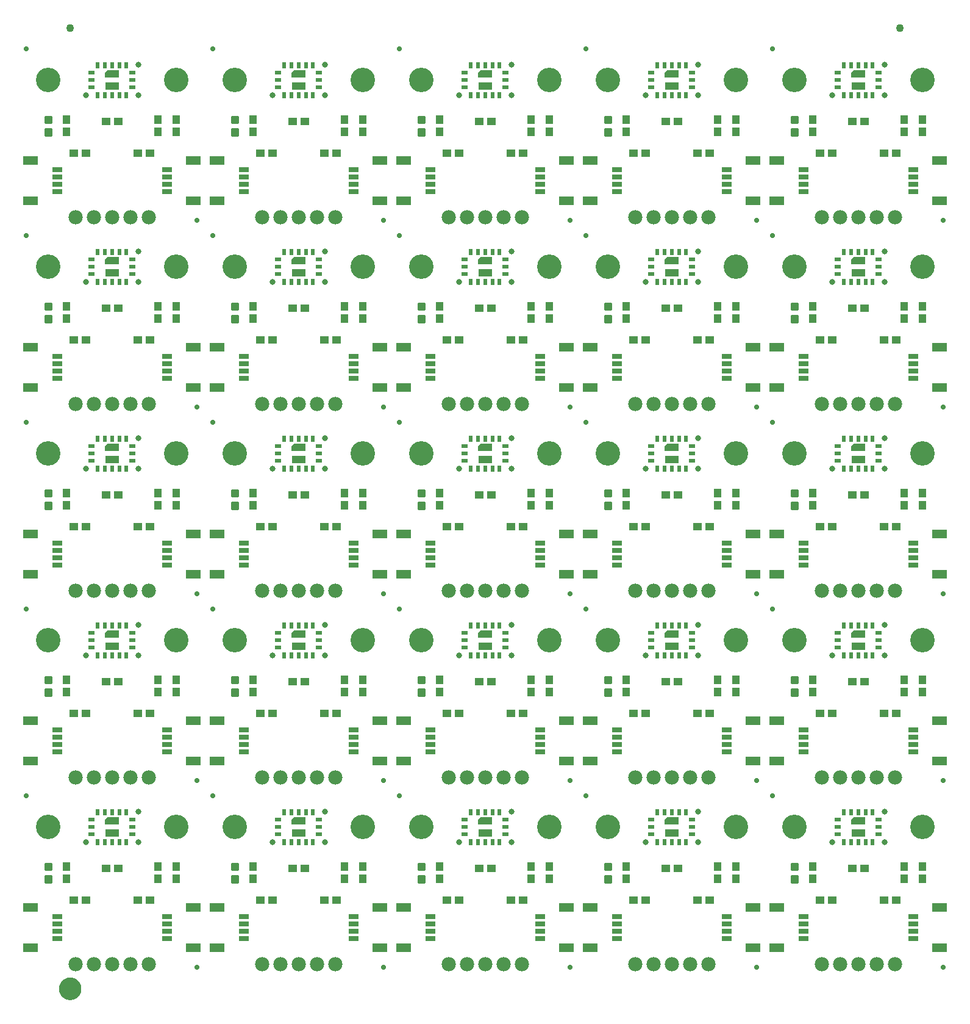
<source format=gts>
G04 EAGLE Gerber RS-274X export*
G75*
%MOMM*%
%FSLAX34Y34*%
%LPD*%
%INSoldermask Top*%
%IPPOS*%
%AMOC8*
5,1,8,0,0,1.08239X$1,22.5*%
G01*
%ADD10C,3.402000*%
%ADD11C,0.735000*%
%ADD12R,2.100000X1.300000*%
%ADD13R,1.450000X0.700000*%
%ADD14R,1.100000X1.200000*%
%ADD15C,0.396000*%
%ADD16R,1.200000X1.100000*%
%ADD17C,1.979600*%
%ADD18R,0.500000X0.850000*%
%ADD19R,0.850000X0.500000*%
%ADD20C,0.800000*%
%ADD21R,1.900000X1.000000*%
%ADD22C,1.100000*%
%ADD23C,1.270000*%
%ADD24C,1.600000*%

G36*
X1172825Y1243019D02*
X1172825Y1243019D01*
X1172824Y1243020D01*
X1172825Y1243020D01*
X1172825Y1253020D01*
X1172821Y1253025D01*
X1172820Y1253024D01*
X1172820Y1253025D01*
X1157070Y1253025D01*
X1157068Y1253023D01*
X1157067Y1253023D01*
X1153817Y1249773D01*
X1153817Y1249771D01*
X1153815Y1249770D01*
X1153815Y1243020D01*
X1153819Y1243015D01*
X1153820Y1243016D01*
X1153820Y1243015D01*
X1172820Y1243015D01*
X1172825Y1243019D01*
G37*
G36*
X913745Y1243019D02*
X913745Y1243019D01*
X913744Y1243020D01*
X913745Y1243020D01*
X913745Y1253020D01*
X913741Y1253025D01*
X913740Y1253024D01*
X913740Y1253025D01*
X897990Y1253025D01*
X897988Y1253023D01*
X897987Y1253023D01*
X894737Y1249773D01*
X894737Y1249771D01*
X894735Y1249770D01*
X894735Y1243020D01*
X894739Y1243015D01*
X894740Y1243016D01*
X894740Y1243015D01*
X913740Y1243015D01*
X913745Y1243019D01*
G37*
G36*
X136505Y1243019D02*
X136505Y1243019D01*
X136504Y1243020D01*
X136505Y1243020D01*
X136505Y1253020D01*
X136501Y1253025D01*
X136500Y1253024D01*
X136500Y1253025D01*
X120750Y1253025D01*
X120748Y1253023D01*
X120747Y1253023D01*
X117497Y1249773D01*
X117497Y1249771D01*
X117495Y1249770D01*
X117495Y1243020D01*
X117499Y1243015D01*
X117500Y1243016D01*
X117500Y1243015D01*
X136500Y1243015D01*
X136505Y1243019D01*
G37*
G36*
X654665Y1243019D02*
X654665Y1243019D01*
X654664Y1243020D01*
X654665Y1243020D01*
X654665Y1253020D01*
X654661Y1253025D01*
X654660Y1253024D01*
X654660Y1253025D01*
X638910Y1253025D01*
X638908Y1253023D01*
X638907Y1253023D01*
X635657Y1249773D01*
X635657Y1249771D01*
X635655Y1249770D01*
X635655Y1243020D01*
X635659Y1243015D01*
X635660Y1243016D01*
X635660Y1243015D01*
X654660Y1243015D01*
X654665Y1243019D01*
G37*
G36*
X395585Y1243019D02*
X395585Y1243019D01*
X395584Y1243020D01*
X395585Y1243020D01*
X395585Y1253020D01*
X395581Y1253025D01*
X395580Y1253024D01*
X395580Y1253025D01*
X379830Y1253025D01*
X379828Y1253023D01*
X379827Y1253023D01*
X376577Y1249773D01*
X376577Y1249771D01*
X376575Y1249770D01*
X376575Y1243020D01*
X376579Y1243015D01*
X376580Y1243016D01*
X376580Y1243015D01*
X395580Y1243015D01*
X395585Y1243019D01*
G37*
G36*
X1172825Y983939D02*
X1172825Y983939D01*
X1172824Y983940D01*
X1172825Y983940D01*
X1172825Y993940D01*
X1172821Y993945D01*
X1172820Y993944D01*
X1172820Y993945D01*
X1157070Y993945D01*
X1157068Y993943D01*
X1157067Y993943D01*
X1153817Y990693D01*
X1153817Y990691D01*
X1153815Y990690D01*
X1153815Y983940D01*
X1153819Y983935D01*
X1153820Y983936D01*
X1153820Y983935D01*
X1172820Y983935D01*
X1172825Y983939D01*
G37*
G36*
X395585Y983939D02*
X395585Y983939D01*
X395584Y983940D01*
X395585Y983940D01*
X395585Y993940D01*
X395581Y993945D01*
X395580Y993944D01*
X395580Y993945D01*
X379830Y993945D01*
X379828Y993943D01*
X379827Y993943D01*
X376577Y990693D01*
X376577Y990691D01*
X376575Y990690D01*
X376575Y983940D01*
X376579Y983935D01*
X376580Y983936D01*
X376580Y983935D01*
X395580Y983935D01*
X395585Y983939D01*
G37*
G36*
X654665Y983939D02*
X654665Y983939D01*
X654664Y983940D01*
X654665Y983940D01*
X654665Y993940D01*
X654661Y993945D01*
X654660Y993944D01*
X654660Y993945D01*
X638910Y993945D01*
X638908Y993943D01*
X638907Y993943D01*
X635657Y990693D01*
X635657Y990691D01*
X635655Y990690D01*
X635655Y983940D01*
X635659Y983935D01*
X635660Y983936D01*
X635660Y983935D01*
X654660Y983935D01*
X654665Y983939D01*
G37*
G36*
X913745Y983939D02*
X913745Y983939D01*
X913744Y983940D01*
X913745Y983940D01*
X913745Y993940D01*
X913741Y993945D01*
X913740Y993944D01*
X913740Y993945D01*
X897990Y993945D01*
X897988Y993943D01*
X897987Y993943D01*
X894737Y990693D01*
X894737Y990691D01*
X894735Y990690D01*
X894735Y983940D01*
X894739Y983935D01*
X894740Y983936D01*
X894740Y983935D01*
X913740Y983935D01*
X913745Y983939D01*
G37*
G36*
X136505Y983939D02*
X136505Y983939D01*
X136504Y983940D01*
X136505Y983940D01*
X136505Y993940D01*
X136501Y993945D01*
X136500Y993944D01*
X136500Y993945D01*
X120750Y993945D01*
X120748Y993943D01*
X120747Y993943D01*
X117497Y990693D01*
X117497Y990691D01*
X117495Y990690D01*
X117495Y983940D01*
X117499Y983935D01*
X117500Y983936D01*
X117500Y983935D01*
X136500Y983935D01*
X136505Y983939D01*
G37*
G36*
X654665Y724859D02*
X654665Y724859D01*
X654664Y724860D01*
X654665Y724860D01*
X654665Y734860D01*
X654661Y734865D01*
X654660Y734864D01*
X654660Y734865D01*
X638910Y734865D01*
X638908Y734863D01*
X638907Y734863D01*
X635657Y731613D01*
X635657Y731611D01*
X635655Y731610D01*
X635655Y724860D01*
X635659Y724855D01*
X635660Y724856D01*
X635660Y724855D01*
X654660Y724855D01*
X654665Y724859D01*
G37*
G36*
X913745Y724859D02*
X913745Y724859D01*
X913744Y724860D01*
X913745Y724860D01*
X913745Y734860D01*
X913741Y734865D01*
X913740Y734864D01*
X913740Y734865D01*
X897990Y734865D01*
X897988Y734863D01*
X897987Y734863D01*
X894737Y731613D01*
X894737Y731611D01*
X894735Y731610D01*
X894735Y724860D01*
X894739Y724855D01*
X894740Y724856D01*
X894740Y724855D01*
X913740Y724855D01*
X913745Y724859D01*
G37*
G36*
X1172825Y724859D02*
X1172825Y724859D01*
X1172824Y724860D01*
X1172825Y724860D01*
X1172825Y734860D01*
X1172821Y734865D01*
X1172820Y734864D01*
X1172820Y734865D01*
X1157070Y734865D01*
X1157068Y734863D01*
X1157067Y734863D01*
X1153817Y731613D01*
X1153817Y731611D01*
X1153815Y731610D01*
X1153815Y724860D01*
X1153819Y724855D01*
X1153820Y724856D01*
X1153820Y724855D01*
X1172820Y724855D01*
X1172825Y724859D01*
G37*
G36*
X395585Y724859D02*
X395585Y724859D01*
X395584Y724860D01*
X395585Y724860D01*
X395585Y734860D01*
X395581Y734865D01*
X395580Y734864D01*
X395580Y734865D01*
X379830Y734865D01*
X379828Y734863D01*
X379827Y734863D01*
X376577Y731613D01*
X376577Y731611D01*
X376575Y731610D01*
X376575Y724860D01*
X376579Y724855D01*
X376580Y724856D01*
X376580Y724855D01*
X395580Y724855D01*
X395585Y724859D01*
G37*
G36*
X136505Y724859D02*
X136505Y724859D01*
X136504Y724860D01*
X136505Y724860D01*
X136505Y734860D01*
X136501Y734865D01*
X136500Y734864D01*
X136500Y734865D01*
X120750Y734865D01*
X120748Y734863D01*
X120747Y734863D01*
X117497Y731613D01*
X117497Y731611D01*
X117495Y731610D01*
X117495Y724860D01*
X117499Y724855D01*
X117500Y724856D01*
X117500Y724855D01*
X136500Y724855D01*
X136505Y724859D01*
G37*
G36*
X1172825Y465779D02*
X1172825Y465779D01*
X1172824Y465780D01*
X1172825Y465780D01*
X1172825Y475780D01*
X1172821Y475785D01*
X1172820Y475784D01*
X1172820Y475785D01*
X1157070Y475785D01*
X1157068Y475783D01*
X1157067Y475783D01*
X1153817Y472533D01*
X1153817Y472531D01*
X1153815Y472530D01*
X1153815Y465780D01*
X1153819Y465775D01*
X1153820Y465776D01*
X1153820Y465775D01*
X1172820Y465775D01*
X1172825Y465779D01*
G37*
G36*
X395585Y465779D02*
X395585Y465779D01*
X395584Y465780D01*
X395585Y465780D01*
X395585Y475780D01*
X395581Y475785D01*
X395580Y475784D01*
X395580Y475785D01*
X379830Y475785D01*
X379828Y475783D01*
X379827Y475783D01*
X376577Y472533D01*
X376577Y472531D01*
X376575Y472530D01*
X376575Y465780D01*
X376579Y465775D01*
X376580Y465776D01*
X376580Y465775D01*
X395580Y465775D01*
X395585Y465779D01*
G37*
G36*
X913745Y465779D02*
X913745Y465779D01*
X913744Y465780D01*
X913745Y465780D01*
X913745Y475780D01*
X913741Y475785D01*
X913740Y475784D01*
X913740Y475785D01*
X897990Y475785D01*
X897988Y475783D01*
X897987Y475783D01*
X894737Y472533D01*
X894737Y472531D01*
X894735Y472530D01*
X894735Y465780D01*
X894739Y465775D01*
X894740Y465776D01*
X894740Y465775D01*
X913740Y465775D01*
X913745Y465779D01*
G37*
G36*
X136505Y465779D02*
X136505Y465779D01*
X136504Y465780D01*
X136505Y465780D01*
X136505Y475780D01*
X136501Y475785D01*
X136500Y475784D01*
X136500Y475785D01*
X120750Y475785D01*
X120748Y475783D01*
X120747Y475783D01*
X117497Y472533D01*
X117497Y472531D01*
X117495Y472530D01*
X117495Y465780D01*
X117499Y465775D01*
X117500Y465776D01*
X117500Y465775D01*
X136500Y465775D01*
X136505Y465779D01*
G37*
G36*
X654665Y465779D02*
X654665Y465779D01*
X654664Y465780D01*
X654665Y465780D01*
X654665Y475780D01*
X654661Y475785D01*
X654660Y475784D01*
X654660Y475785D01*
X638910Y475785D01*
X638908Y475783D01*
X638907Y475783D01*
X635657Y472533D01*
X635657Y472531D01*
X635655Y472530D01*
X635655Y465780D01*
X635659Y465775D01*
X635660Y465776D01*
X635660Y465775D01*
X654660Y465775D01*
X654665Y465779D01*
G37*
G36*
X1172825Y206699D02*
X1172825Y206699D01*
X1172824Y206700D01*
X1172825Y206700D01*
X1172825Y216700D01*
X1172821Y216705D01*
X1172820Y216704D01*
X1172820Y216705D01*
X1157070Y216705D01*
X1157068Y216703D01*
X1157067Y216703D01*
X1153817Y213453D01*
X1153817Y213451D01*
X1153815Y213450D01*
X1153815Y206700D01*
X1153819Y206695D01*
X1153820Y206696D01*
X1153820Y206695D01*
X1172820Y206695D01*
X1172825Y206699D01*
G37*
G36*
X913745Y206699D02*
X913745Y206699D01*
X913744Y206700D01*
X913745Y206700D01*
X913745Y216700D01*
X913741Y216705D01*
X913740Y216704D01*
X913740Y216705D01*
X897990Y216705D01*
X897988Y216703D01*
X897987Y216703D01*
X894737Y213453D01*
X894737Y213451D01*
X894735Y213450D01*
X894735Y206700D01*
X894739Y206695D01*
X894740Y206696D01*
X894740Y206695D01*
X913740Y206695D01*
X913745Y206699D01*
G37*
G36*
X654665Y206699D02*
X654665Y206699D01*
X654664Y206700D01*
X654665Y206700D01*
X654665Y216700D01*
X654661Y216705D01*
X654660Y216704D01*
X654660Y216705D01*
X638910Y216705D01*
X638908Y216703D01*
X638907Y216703D01*
X635657Y213453D01*
X635657Y213451D01*
X635655Y213450D01*
X635655Y206700D01*
X635659Y206695D01*
X635660Y206696D01*
X635660Y206695D01*
X654660Y206695D01*
X654665Y206699D01*
G37*
G36*
X395585Y206699D02*
X395585Y206699D01*
X395584Y206700D01*
X395585Y206700D01*
X395585Y216700D01*
X395581Y216705D01*
X395580Y216704D01*
X395580Y216705D01*
X379830Y216705D01*
X379828Y216703D01*
X379827Y216703D01*
X376577Y213453D01*
X376577Y213451D01*
X376575Y213450D01*
X376575Y206700D01*
X376579Y206695D01*
X376580Y206696D01*
X376580Y206695D01*
X395580Y206695D01*
X395585Y206699D01*
G37*
G36*
X136505Y206699D02*
X136505Y206699D01*
X136504Y206700D01*
X136505Y206700D01*
X136505Y216700D01*
X136501Y216705D01*
X136500Y216704D01*
X136500Y216705D01*
X120750Y216705D01*
X120748Y216703D01*
X120747Y216703D01*
X117497Y213453D01*
X117497Y213451D01*
X117495Y213450D01*
X117495Y206700D01*
X117499Y206695D01*
X117500Y206696D01*
X117500Y206695D01*
X136500Y206695D01*
X136505Y206699D01*
G37*
D10*
X38100Y203200D03*
X215900Y203200D03*
D11*
X245110Y8890D03*
X7620Y246380D03*
D12*
X14050Y91500D03*
X14050Y35500D03*
D13*
X50800Y78500D03*
X50800Y68500D03*
X50800Y58500D03*
X50800Y48500D03*
D12*
X239950Y35500D03*
X239950Y91500D03*
D13*
X203200Y48500D03*
X203200Y58500D03*
X203200Y68500D03*
X203200Y78500D03*
D14*
X63500Y148200D03*
X63500Y131200D03*
D15*
X41620Y134450D02*
X34580Y134450D01*
X41620Y134450D02*
X41620Y127410D01*
X34580Y127410D01*
X34580Y134450D01*
X34580Y131172D02*
X41620Y131172D01*
X41620Y151990D02*
X34580Y151990D01*
X41620Y151990D02*
X41620Y144950D01*
X34580Y144950D01*
X34580Y151990D01*
X34580Y148712D02*
X41620Y148712D01*
D16*
X74050Y101600D03*
X91050Y101600D03*
X179950Y101600D03*
X162950Y101600D03*
D17*
X76200Y12700D03*
X101600Y12700D03*
X127000Y12700D03*
X152400Y12700D03*
D16*
X135500Y146050D03*
X118500Y146050D03*
D18*
X117000Y182450D03*
X127000Y182450D03*
X107000Y182450D03*
D19*
X98750Y193200D03*
X98750Y203200D03*
X98750Y213200D03*
D20*
X90500Y181700D03*
X163500Y181700D03*
X163500Y224700D03*
D18*
X137000Y182450D03*
X147000Y182450D03*
D19*
X155250Y193200D03*
X155250Y203200D03*
X155250Y213200D03*
D18*
X147000Y223950D03*
X137000Y223950D03*
X127000Y223950D03*
X117000Y223950D03*
X107000Y223950D03*
D21*
X127000Y194700D03*
D17*
X177800Y12700D03*
D14*
X190500Y148200D03*
X190500Y131200D03*
X215900Y148200D03*
X215900Y131200D03*
D10*
X297180Y203200D03*
X474980Y203200D03*
D11*
X504190Y8890D03*
X266700Y246380D03*
D12*
X273130Y91500D03*
X273130Y35500D03*
D13*
X309880Y78500D03*
X309880Y68500D03*
X309880Y58500D03*
X309880Y48500D03*
D12*
X499030Y35500D03*
X499030Y91500D03*
D13*
X462280Y48500D03*
X462280Y58500D03*
X462280Y68500D03*
X462280Y78500D03*
D14*
X322580Y148200D03*
X322580Y131200D03*
D15*
X300700Y134450D02*
X293660Y134450D01*
X300700Y134450D02*
X300700Y127410D01*
X293660Y127410D01*
X293660Y134450D01*
X293660Y131172D02*
X300700Y131172D01*
X300700Y151990D02*
X293660Y151990D01*
X300700Y151990D02*
X300700Y144950D01*
X293660Y144950D01*
X293660Y151990D01*
X293660Y148712D02*
X300700Y148712D01*
D16*
X333130Y101600D03*
X350130Y101600D03*
X439030Y101600D03*
X422030Y101600D03*
D17*
X335280Y12700D03*
X360680Y12700D03*
X386080Y12700D03*
X411480Y12700D03*
D16*
X394580Y146050D03*
X377580Y146050D03*
D18*
X376080Y182450D03*
X386080Y182450D03*
X366080Y182450D03*
D19*
X357830Y193200D03*
X357830Y203200D03*
X357830Y213200D03*
D20*
X349580Y181700D03*
X422580Y181700D03*
X422580Y224700D03*
D18*
X396080Y182450D03*
X406080Y182450D03*
D19*
X414330Y193200D03*
X414330Y203200D03*
X414330Y213200D03*
D18*
X406080Y223950D03*
X396080Y223950D03*
X386080Y223950D03*
X376080Y223950D03*
X366080Y223950D03*
D21*
X386080Y194700D03*
D17*
X436880Y12700D03*
D14*
X449580Y148200D03*
X449580Y131200D03*
X474980Y148200D03*
X474980Y131200D03*
D10*
X556260Y203200D03*
X734060Y203200D03*
D11*
X763270Y8890D03*
X525780Y246380D03*
D12*
X532210Y91500D03*
X532210Y35500D03*
D13*
X568960Y78500D03*
X568960Y68500D03*
X568960Y58500D03*
X568960Y48500D03*
D12*
X758110Y35500D03*
X758110Y91500D03*
D13*
X721360Y48500D03*
X721360Y58500D03*
X721360Y68500D03*
X721360Y78500D03*
D14*
X581660Y148200D03*
X581660Y131200D03*
D15*
X559780Y134450D02*
X552740Y134450D01*
X559780Y134450D02*
X559780Y127410D01*
X552740Y127410D01*
X552740Y134450D01*
X552740Y131172D02*
X559780Y131172D01*
X559780Y151990D02*
X552740Y151990D01*
X559780Y151990D02*
X559780Y144950D01*
X552740Y144950D01*
X552740Y151990D01*
X552740Y148712D02*
X559780Y148712D01*
D16*
X592210Y101600D03*
X609210Y101600D03*
X698110Y101600D03*
X681110Y101600D03*
D17*
X594360Y12700D03*
X619760Y12700D03*
X645160Y12700D03*
X670560Y12700D03*
D16*
X653660Y146050D03*
X636660Y146050D03*
D18*
X635160Y182450D03*
X645160Y182450D03*
X625160Y182450D03*
D19*
X616910Y193200D03*
X616910Y203200D03*
X616910Y213200D03*
D20*
X608660Y181700D03*
X681660Y181700D03*
X681660Y224700D03*
D18*
X655160Y182450D03*
X665160Y182450D03*
D19*
X673410Y193200D03*
X673410Y203200D03*
X673410Y213200D03*
D18*
X665160Y223950D03*
X655160Y223950D03*
X645160Y223950D03*
X635160Y223950D03*
X625160Y223950D03*
D21*
X645160Y194700D03*
D17*
X695960Y12700D03*
D14*
X708660Y148200D03*
X708660Y131200D03*
X734060Y148200D03*
X734060Y131200D03*
D10*
X815340Y203200D03*
X993140Y203200D03*
D11*
X1022350Y8890D03*
X784860Y246380D03*
D12*
X791290Y91500D03*
X791290Y35500D03*
D13*
X828040Y78500D03*
X828040Y68500D03*
X828040Y58500D03*
X828040Y48500D03*
D12*
X1017190Y35500D03*
X1017190Y91500D03*
D13*
X980440Y48500D03*
X980440Y58500D03*
X980440Y68500D03*
X980440Y78500D03*
D14*
X840740Y148200D03*
X840740Y131200D03*
D15*
X818860Y134450D02*
X811820Y134450D01*
X818860Y134450D02*
X818860Y127410D01*
X811820Y127410D01*
X811820Y134450D01*
X811820Y131172D02*
X818860Y131172D01*
X818860Y151990D02*
X811820Y151990D01*
X818860Y151990D02*
X818860Y144950D01*
X811820Y144950D01*
X811820Y151990D01*
X811820Y148712D02*
X818860Y148712D01*
D16*
X851290Y101600D03*
X868290Y101600D03*
X957190Y101600D03*
X940190Y101600D03*
D17*
X853440Y12700D03*
X878840Y12700D03*
X904240Y12700D03*
X929640Y12700D03*
D16*
X912740Y146050D03*
X895740Y146050D03*
D18*
X894240Y182450D03*
X904240Y182450D03*
X884240Y182450D03*
D19*
X875990Y193200D03*
X875990Y203200D03*
X875990Y213200D03*
D20*
X867740Y181700D03*
X940740Y181700D03*
X940740Y224700D03*
D18*
X914240Y182450D03*
X924240Y182450D03*
D19*
X932490Y193200D03*
X932490Y203200D03*
X932490Y213200D03*
D18*
X924240Y223950D03*
X914240Y223950D03*
X904240Y223950D03*
X894240Y223950D03*
X884240Y223950D03*
D21*
X904240Y194700D03*
D17*
X955040Y12700D03*
D14*
X967740Y148200D03*
X967740Y131200D03*
X993140Y148200D03*
X993140Y131200D03*
D10*
X1074420Y203200D03*
X1252220Y203200D03*
D11*
X1281430Y8890D03*
X1043940Y246380D03*
D12*
X1050370Y91500D03*
X1050370Y35500D03*
D13*
X1087120Y78500D03*
X1087120Y68500D03*
X1087120Y58500D03*
X1087120Y48500D03*
D12*
X1276270Y35500D03*
X1276270Y91500D03*
D13*
X1239520Y48500D03*
X1239520Y58500D03*
X1239520Y68500D03*
X1239520Y78500D03*
D14*
X1099820Y148200D03*
X1099820Y131200D03*
D15*
X1077940Y134450D02*
X1070900Y134450D01*
X1077940Y134450D02*
X1077940Y127410D01*
X1070900Y127410D01*
X1070900Y134450D01*
X1070900Y131172D02*
X1077940Y131172D01*
X1077940Y151990D02*
X1070900Y151990D01*
X1077940Y151990D02*
X1077940Y144950D01*
X1070900Y144950D01*
X1070900Y151990D01*
X1070900Y148712D02*
X1077940Y148712D01*
D16*
X1110370Y101600D03*
X1127370Y101600D03*
X1216270Y101600D03*
X1199270Y101600D03*
D17*
X1112520Y12700D03*
X1137920Y12700D03*
X1163320Y12700D03*
X1188720Y12700D03*
D16*
X1171820Y146050D03*
X1154820Y146050D03*
D18*
X1153320Y182450D03*
X1163320Y182450D03*
X1143320Y182450D03*
D19*
X1135070Y193200D03*
X1135070Y203200D03*
X1135070Y213200D03*
D20*
X1126820Y181700D03*
X1199820Y181700D03*
X1199820Y224700D03*
D18*
X1173320Y182450D03*
X1183320Y182450D03*
D19*
X1191570Y193200D03*
X1191570Y203200D03*
X1191570Y213200D03*
D18*
X1183320Y223950D03*
X1173320Y223950D03*
X1163320Y223950D03*
X1153320Y223950D03*
X1143320Y223950D03*
D21*
X1163320Y194700D03*
D17*
X1214120Y12700D03*
D14*
X1226820Y148200D03*
X1226820Y131200D03*
X1252220Y148200D03*
X1252220Y131200D03*
D10*
X38100Y462280D03*
X215900Y462280D03*
D11*
X245110Y267970D03*
X7620Y505460D03*
D12*
X14050Y350580D03*
X14050Y294580D03*
D13*
X50800Y337580D03*
X50800Y327580D03*
X50800Y317580D03*
X50800Y307580D03*
D12*
X239950Y294580D03*
X239950Y350580D03*
D13*
X203200Y307580D03*
X203200Y317580D03*
X203200Y327580D03*
X203200Y337580D03*
D14*
X63500Y407280D03*
X63500Y390280D03*
D15*
X41620Y393530D02*
X34580Y393530D01*
X41620Y393530D02*
X41620Y386490D01*
X34580Y386490D01*
X34580Y393530D01*
X34580Y390252D02*
X41620Y390252D01*
X41620Y411070D02*
X34580Y411070D01*
X41620Y411070D02*
X41620Y404030D01*
X34580Y404030D01*
X34580Y411070D01*
X34580Y407792D02*
X41620Y407792D01*
D16*
X74050Y360680D03*
X91050Y360680D03*
X179950Y360680D03*
X162950Y360680D03*
D17*
X76200Y271780D03*
X101600Y271780D03*
X127000Y271780D03*
X152400Y271780D03*
D16*
X135500Y405130D03*
X118500Y405130D03*
D18*
X117000Y441530D03*
X127000Y441530D03*
X107000Y441530D03*
D19*
X98750Y452280D03*
X98750Y462280D03*
X98750Y472280D03*
D20*
X90500Y440780D03*
X163500Y440780D03*
X163500Y483780D03*
D18*
X137000Y441530D03*
X147000Y441530D03*
D19*
X155250Y452280D03*
X155250Y462280D03*
X155250Y472280D03*
D18*
X147000Y483030D03*
X137000Y483030D03*
X127000Y483030D03*
X117000Y483030D03*
X107000Y483030D03*
D21*
X127000Y453780D03*
D17*
X177800Y271780D03*
D14*
X190500Y407280D03*
X190500Y390280D03*
X215900Y407280D03*
X215900Y390280D03*
D10*
X297180Y462280D03*
X474980Y462280D03*
D11*
X504190Y267970D03*
X266700Y505460D03*
D12*
X273130Y350580D03*
X273130Y294580D03*
D13*
X309880Y337580D03*
X309880Y327580D03*
X309880Y317580D03*
X309880Y307580D03*
D12*
X499030Y294580D03*
X499030Y350580D03*
D13*
X462280Y307580D03*
X462280Y317580D03*
X462280Y327580D03*
X462280Y337580D03*
D14*
X322580Y407280D03*
X322580Y390280D03*
D15*
X300700Y393530D02*
X293660Y393530D01*
X300700Y393530D02*
X300700Y386490D01*
X293660Y386490D01*
X293660Y393530D01*
X293660Y390252D02*
X300700Y390252D01*
X300700Y411070D02*
X293660Y411070D01*
X300700Y411070D02*
X300700Y404030D01*
X293660Y404030D01*
X293660Y411070D01*
X293660Y407792D02*
X300700Y407792D01*
D16*
X333130Y360680D03*
X350130Y360680D03*
X439030Y360680D03*
X422030Y360680D03*
D17*
X335280Y271780D03*
X360680Y271780D03*
X386080Y271780D03*
X411480Y271780D03*
D16*
X394580Y405130D03*
X377580Y405130D03*
D18*
X376080Y441530D03*
X386080Y441530D03*
X366080Y441530D03*
D19*
X357830Y452280D03*
X357830Y462280D03*
X357830Y472280D03*
D20*
X349580Y440780D03*
X422580Y440780D03*
X422580Y483780D03*
D18*
X396080Y441530D03*
X406080Y441530D03*
D19*
X414330Y452280D03*
X414330Y462280D03*
X414330Y472280D03*
D18*
X406080Y483030D03*
X396080Y483030D03*
X386080Y483030D03*
X376080Y483030D03*
X366080Y483030D03*
D21*
X386080Y453780D03*
D17*
X436880Y271780D03*
D14*
X449580Y407280D03*
X449580Y390280D03*
X474980Y407280D03*
X474980Y390280D03*
D10*
X556260Y462280D03*
X734060Y462280D03*
D11*
X763270Y267970D03*
X525780Y505460D03*
D12*
X532210Y350580D03*
X532210Y294580D03*
D13*
X568960Y337580D03*
X568960Y327580D03*
X568960Y317580D03*
X568960Y307580D03*
D12*
X758110Y294580D03*
X758110Y350580D03*
D13*
X721360Y307580D03*
X721360Y317580D03*
X721360Y327580D03*
X721360Y337580D03*
D14*
X581660Y407280D03*
X581660Y390280D03*
D15*
X559780Y393530D02*
X552740Y393530D01*
X559780Y393530D02*
X559780Y386490D01*
X552740Y386490D01*
X552740Y393530D01*
X552740Y390252D02*
X559780Y390252D01*
X559780Y411070D02*
X552740Y411070D01*
X559780Y411070D02*
X559780Y404030D01*
X552740Y404030D01*
X552740Y411070D01*
X552740Y407792D02*
X559780Y407792D01*
D16*
X592210Y360680D03*
X609210Y360680D03*
X698110Y360680D03*
X681110Y360680D03*
D17*
X594360Y271780D03*
X619760Y271780D03*
X645160Y271780D03*
X670560Y271780D03*
D16*
X653660Y405130D03*
X636660Y405130D03*
D18*
X635160Y441530D03*
X645160Y441530D03*
X625160Y441530D03*
D19*
X616910Y452280D03*
X616910Y462280D03*
X616910Y472280D03*
D20*
X608660Y440780D03*
X681660Y440780D03*
X681660Y483780D03*
D18*
X655160Y441530D03*
X665160Y441530D03*
D19*
X673410Y452280D03*
X673410Y462280D03*
X673410Y472280D03*
D18*
X665160Y483030D03*
X655160Y483030D03*
X645160Y483030D03*
X635160Y483030D03*
X625160Y483030D03*
D21*
X645160Y453780D03*
D17*
X695960Y271780D03*
D14*
X708660Y407280D03*
X708660Y390280D03*
X734060Y407280D03*
X734060Y390280D03*
D10*
X815340Y462280D03*
X993140Y462280D03*
D11*
X1022350Y267970D03*
X784860Y505460D03*
D12*
X791290Y350580D03*
X791290Y294580D03*
D13*
X828040Y337580D03*
X828040Y327580D03*
X828040Y317580D03*
X828040Y307580D03*
D12*
X1017190Y294580D03*
X1017190Y350580D03*
D13*
X980440Y307580D03*
X980440Y317580D03*
X980440Y327580D03*
X980440Y337580D03*
D14*
X840740Y407280D03*
X840740Y390280D03*
D15*
X818860Y393530D02*
X811820Y393530D01*
X818860Y393530D02*
X818860Y386490D01*
X811820Y386490D01*
X811820Y393530D01*
X811820Y390252D02*
X818860Y390252D01*
X818860Y411070D02*
X811820Y411070D01*
X818860Y411070D02*
X818860Y404030D01*
X811820Y404030D01*
X811820Y411070D01*
X811820Y407792D02*
X818860Y407792D01*
D16*
X851290Y360680D03*
X868290Y360680D03*
X957190Y360680D03*
X940190Y360680D03*
D17*
X853440Y271780D03*
X878840Y271780D03*
X904240Y271780D03*
X929640Y271780D03*
D16*
X912740Y405130D03*
X895740Y405130D03*
D18*
X894240Y441530D03*
X904240Y441530D03*
X884240Y441530D03*
D19*
X875990Y452280D03*
X875990Y462280D03*
X875990Y472280D03*
D20*
X867740Y440780D03*
X940740Y440780D03*
X940740Y483780D03*
D18*
X914240Y441530D03*
X924240Y441530D03*
D19*
X932490Y452280D03*
X932490Y462280D03*
X932490Y472280D03*
D18*
X924240Y483030D03*
X914240Y483030D03*
X904240Y483030D03*
X894240Y483030D03*
X884240Y483030D03*
D21*
X904240Y453780D03*
D17*
X955040Y271780D03*
D14*
X967740Y407280D03*
X967740Y390280D03*
X993140Y407280D03*
X993140Y390280D03*
D10*
X1074420Y462280D03*
X1252220Y462280D03*
D11*
X1281430Y267970D03*
X1043940Y505460D03*
D12*
X1050370Y350580D03*
X1050370Y294580D03*
D13*
X1087120Y337580D03*
X1087120Y327580D03*
X1087120Y317580D03*
X1087120Y307580D03*
D12*
X1276270Y294580D03*
X1276270Y350580D03*
D13*
X1239520Y307580D03*
X1239520Y317580D03*
X1239520Y327580D03*
X1239520Y337580D03*
D14*
X1099820Y407280D03*
X1099820Y390280D03*
D15*
X1077940Y393530D02*
X1070900Y393530D01*
X1077940Y393530D02*
X1077940Y386490D01*
X1070900Y386490D01*
X1070900Y393530D01*
X1070900Y390252D02*
X1077940Y390252D01*
X1077940Y411070D02*
X1070900Y411070D01*
X1077940Y411070D02*
X1077940Y404030D01*
X1070900Y404030D01*
X1070900Y411070D01*
X1070900Y407792D02*
X1077940Y407792D01*
D16*
X1110370Y360680D03*
X1127370Y360680D03*
X1216270Y360680D03*
X1199270Y360680D03*
D17*
X1112520Y271780D03*
X1137920Y271780D03*
X1163320Y271780D03*
X1188720Y271780D03*
D16*
X1171820Y405130D03*
X1154820Y405130D03*
D18*
X1153320Y441530D03*
X1163320Y441530D03*
X1143320Y441530D03*
D19*
X1135070Y452280D03*
X1135070Y462280D03*
X1135070Y472280D03*
D20*
X1126820Y440780D03*
X1199820Y440780D03*
X1199820Y483780D03*
D18*
X1173320Y441530D03*
X1183320Y441530D03*
D19*
X1191570Y452280D03*
X1191570Y462280D03*
X1191570Y472280D03*
D18*
X1183320Y483030D03*
X1173320Y483030D03*
X1163320Y483030D03*
X1153320Y483030D03*
X1143320Y483030D03*
D21*
X1163320Y453780D03*
D17*
X1214120Y271780D03*
D14*
X1226820Y407280D03*
X1226820Y390280D03*
X1252220Y407280D03*
X1252220Y390280D03*
D10*
X38100Y721360D03*
X215900Y721360D03*
D11*
X245110Y527050D03*
X7620Y764540D03*
D12*
X14050Y609660D03*
X14050Y553660D03*
D13*
X50800Y596660D03*
X50800Y586660D03*
X50800Y576660D03*
X50800Y566660D03*
D12*
X239950Y553660D03*
X239950Y609660D03*
D13*
X203200Y566660D03*
X203200Y576660D03*
X203200Y586660D03*
X203200Y596660D03*
D14*
X63500Y666360D03*
X63500Y649360D03*
D15*
X41620Y652610D02*
X34580Y652610D01*
X41620Y652610D02*
X41620Y645570D01*
X34580Y645570D01*
X34580Y652610D01*
X34580Y649332D02*
X41620Y649332D01*
X41620Y670150D02*
X34580Y670150D01*
X41620Y670150D02*
X41620Y663110D01*
X34580Y663110D01*
X34580Y670150D01*
X34580Y666872D02*
X41620Y666872D01*
D16*
X74050Y619760D03*
X91050Y619760D03*
X179950Y619760D03*
X162950Y619760D03*
D17*
X76200Y530860D03*
X101600Y530860D03*
X127000Y530860D03*
X152400Y530860D03*
D16*
X135500Y664210D03*
X118500Y664210D03*
D18*
X117000Y700610D03*
X127000Y700610D03*
X107000Y700610D03*
D19*
X98750Y711360D03*
X98750Y721360D03*
X98750Y731360D03*
D20*
X90500Y699860D03*
X163500Y699860D03*
X163500Y742860D03*
D18*
X137000Y700610D03*
X147000Y700610D03*
D19*
X155250Y711360D03*
X155250Y721360D03*
X155250Y731360D03*
D18*
X147000Y742110D03*
X137000Y742110D03*
X127000Y742110D03*
X117000Y742110D03*
X107000Y742110D03*
D21*
X127000Y712860D03*
D17*
X177800Y530860D03*
D14*
X190500Y666360D03*
X190500Y649360D03*
X215900Y666360D03*
X215900Y649360D03*
D10*
X297180Y721360D03*
X474980Y721360D03*
D11*
X504190Y527050D03*
X266700Y764540D03*
D12*
X273130Y609660D03*
X273130Y553660D03*
D13*
X309880Y596660D03*
X309880Y586660D03*
X309880Y576660D03*
X309880Y566660D03*
D12*
X499030Y553660D03*
X499030Y609660D03*
D13*
X462280Y566660D03*
X462280Y576660D03*
X462280Y586660D03*
X462280Y596660D03*
D14*
X322580Y666360D03*
X322580Y649360D03*
D15*
X300700Y652610D02*
X293660Y652610D01*
X300700Y652610D02*
X300700Y645570D01*
X293660Y645570D01*
X293660Y652610D01*
X293660Y649332D02*
X300700Y649332D01*
X300700Y670150D02*
X293660Y670150D01*
X300700Y670150D02*
X300700Y663110D01*
X293660Y663110D01*
X293660Y670150D01*
X293660Y666872D02*
X300700Y666872D01*
D16*
X333130Y619760D03*
X350130Y619760D03*
X439030Y619760D03*
X422030Y619760D03*
D17*
X335280Y530860D03*
X360680Y530860D03*
X386080Y530860D03*
X411480Y530860D03*
D16*
X394580Y664210D03*
X377580Y664210D03*
D18*
X376080Y700610D03*
X386080Y700610D03*
X366080Y700610D03*
D19*
X357830Y711360D03*
X357830Y721360D03*
X357830Y731360D03*
D20*
X349580Y699860D03*
X422580Y699860D03*
X422580Y742860D03*
D18*
X396080Y700610D03*
X406080Y700610D03*
D19*
X414330Y711360D03*
X414330Y721360D03*
X414330Y731360D03*
D18*
X406080Y742110D03*
X396080Y742110D03*
X386080Y742110D03*
X376080Y742110D03*
X366080Y742110D03*
D21*
X386080Y712860D03*
D17*
X436880Y530860D03*
D14*
X449580Y666360D03*
X449580Y649360D03*
X474980Y666360D03*
X474980Y649360D03*
D10*
X556260Y721360D03*
X734060Y721360D03*
D11*
X763270Y527050D03*
X525780Y764540D03*
D12*
X532210Y609660D03*
X532210Y553660D03*
D13*
X568960Y596660D03*
X568960Y586660D03*
X568960Y576660D03*
X568960Y566660D03*
D12*
X758110Y553660D03*
X758110Y609660D03*
D13*
X721360Y566660D03*
X721360Y576660D03*
X721360Y586660D03*
X721360Y596660D03*
D14*
X581660Y666360D03*
X581660Y649360D03*
D15*
X559780Y652610D02*
X552740Y652610D01*
X559780Y652610D02*
X559780Y645570D01*
X552740Y645570D01*
X552740Y652610D01*
X552740Y649332D02*
X559780Y649332D01*
X559780Y670150D02*
X552740Y670150D01*
X559780Y670150D02*
X559780Y663110D01*
X552740Y663110D01*
X552740Y670150D01*
X552740Y666872D02*
X559780Y666872D01*
D16*
X592210Y619760D03*
X609210Y619760D03*
X698110Y619760D03*
X681110Y619760D03*
D17*
X594360Y530860D03*
X619760Y530860D03*
X645160Y530860D03*
X670560Y530860D03*
D16*
X653660Y664210D03*
X636660Y664210D03*
D18*
X635160Y700610D03*
X645160Y700610D03*
X625160Y700610D03*
D19*
X616910Y711360D03*
X616910Y721360D03*
X616910Y731360D03*
D20*
X608660Y699860D03*
X681660Y699860D03*
X681660Y742860D03*
D18*
X655160Y700610D03*
X665160Y700610D03*
D19*
X673410Y711360D03*
X673410Y721360D03*
X673410Y731360D03*
D18*
X665160Y742110D03*
X655160Y742110D03*
X645160Y742110D03*
X635160Y742110D03*
X625160Y742110D03*
D21*
X645160Y712860D03*
D17*
X695960Y530860D03*
D14*
X708660Y666360D03*
X708660Y649360D03*
X734060Y666360D03*
X734060Y649360D03*
D10*
X815340Y721360D03*
X993140Y721360D03*
D11*
X1022350Y527050D03*
X784860Y764540D03*
D12*
X791290Y609660D03*
X791290Y553660D03*
D13*
X828040Y596660D03*
X828040Y586660D03*
X828040Y576660D03*
X828040Y566660D03*
D12*
X1017190Y553660D03*
X1017190Y609660D03*
D13*
X980440Y566660D03*
X980440Y576660D03*
X980440Y586660D03*
X980440Y596660D03*
D14*
X840740Y666360D03*
X840740Y649360D03*
D15*
X818860Y652610D02*
X811820Y652610D01*
X818860Y652610D02*
X818860Y645570D01*
X811820Y645570D01*
X811820Y652610D01*
X811820Y649332D02*
X818860Y649332D01*
X818860Y670150D02*
X811820Y670150D01*
X818860Y670150D02*
X818860Y663110D01*
X811820Y663110D01*
X811820Y670150D01*
X811820Y666872D02*
X818860Y666872D01*
D16*
X851290Y619760D03*
X868290Y619760D03*
X957190Y619760D03*
X940190Y619760D03*
D17*
X853440Y530860D03*
X878840Y530860D03*
X904240Y530860D03*
X929640Y530860D03*
D16*
X912740Y664210D03*
X895740Y664210D03*
D18*
X894240Y700610D03*
X904240Y700610D03*
X884240Y700610D03*
D19*
X875990Y711360D03*
X875990Y721360D03*
X875990Y731360D03*
D20*
X867740Y699860D03*
X940740Y699860D03*
X940740Y742860D03*
D18*
X914240Y700610D03*
X924240Y700610D03*
D19*
X932490Y711360D03*
X932490Y721360D03*
X932490Y731360D03*
D18*
X924240Y742110D03*
X914240Y742110D03*
X904240Y742110D03*
X894240Y742110D03*
X884240Y742110D03*
D21*
X904240Y712860D03*
D17*
X955040Y530860D03*
D14*
X967740Y666360D03*
X967740Y649360D03*
X993140Y666360D03*
X993140Y649360D03*
D10*
X1074420Y721360D03*
X1252220Y721360D03*
D11*
X1281430Y527050D03*
X1043940Y764540D03*
D12*
X1050370Y609660D03*
X1050370Y553660D03*
D13*
X1087120Y596660D03*
X1087120Y586660D03*
X1087120Y576660D03*
X1087120Y566660D03*
D12*
X1276270Y553660D03*
X1276270Y609660D03*
D13*
X1239520Y566660D03*
X1239520Y576660D03*
X1239520Y586660D03*
X1239520Y596660D03*
D14*
X1099820Y666360D03*
X1099820Y649360D03*
D15*
X1077940Y652610D02*
X1070900Y652610D01*
X1077940Y652610D02*
X1077940Y645570D01*
X1070900Y645570D01*
X1070900Y652610D01*
X1070900Y649332D02*
X1077940Y649332D01*
X1077940Y670150D02*
X1070900Y670150D01*
X1077940Y670150D02*
X1077940Y663110D01*
X1070900Y663110D01*
X1070900Y670150D01*
X1070900Y666872D02*
X1077940Y666872D01*
D16*
X1110370Y619760D03*
X1127370Y619760D03*
X1216270Y619760D03*
X1199270Y619760D03*
D17*
X1112520Y530860D03*
X1137920Y530860D03*
X1163320Y530860D03*
X1188720Y530860D03*
D16*
X1171820Y664210D03*
X1154820Y664210D03*
D18*
X1153320Y700610D03*
X1163320Y700610D03*
X1143320Y700610D03*
D19*
X1135070Y711360D03*
X1135070Y721360D03*
X1135070Y731360D03*
D20*
X1126820Y699860D03*
X1199820Y699860D03*
X1199820Y742860D03*
D18*
X1173320Y700610D03*
X1183320Y700610D03*
D19*
X1191570Y711360D03*
X1191570Y721360D03*
X1191570Y731360D03*
D18*
X1183320Y742110D03*
X1173320Y742110D03*
X1163320Y742110D03*
X1153320Y742110D03*
X1143320Y742110D03*
D21*
X1163320Y712860D03*
D17*
X1214120Y530860D03*
D14*
X1226820Y666360D03*
X1226820Y649360D03*
X1252220Y666360D03*
X1252220Y649360D03*
D10*
X38100Y980440D03*
X215900Y980440D03*
D11*
X245110Y786130D03*
X7620Y1023620D03*
D12*
X14050Y868740D03*
X14050Y812740D03*
D13*
X50800Y855740D03*
X50800Y845740D03*
X50800Y835740D03*
X50800Y825740D03*
D12*
X239950Y812740D03*
X239950Y868740D03*
D13*
X203200Y825740D03*
X203200Y835740D03*
X203200Y845740D03*
X203200Y855740D03*
D14*
X63500Y925440D03*
X63500Y908440D03*
D15*
X41620Y911690D02*
X34580Y911690D01*
X41620Y911690D02*
X41620Y904650D01*
X34580Y904650D01*
X34580Y911690D01*
X34580Y908412D02*
X41620Y908412D01*
X41620Y929230D02*
X34580Y929230D01*
X41620Y929230D02*
X41620Y922190D01*
X34580Y922190D01*
X34580Y929230D01*
X34580Y925952D02*
X41620Y925952D01*
D16*
X74050Y878840D03*
X91050Y878840D03*
X179950Y878840D03*
X162950Y878840D03*
D17*
X76200Y789940D03*
X101600Y789940D03*
X127000Y789940D03*
X152400Y789940D03*
D16*
X135500Y923290D03*
X118500Y923290D03*
D18*
X117000Y959690D03*
X127000Y959690D03*
X107000Y959690D03*
D19*
X98750Y970440D03*
X98750Y980440D03*
X98750Y990440D03*
D20*
X90500Y958940D03*
X163500Y958940D03*
X163500Y1001940D03*
D18*
X137000Y959690D03*
X147000Y959690D03*
D19*
X155250Y970440D03*
X155250Y980440D03*
X155250Y990440D03*
D18*
X147000Y1001190D03*
X137000Y1001190D03*
X127000Y1001190D03*
X117000Y1001190D03*
X107000Y1001190D03*
D21*
X127000Y971940D03*
D17*
X177800Y789940D03*
D14*
X190500Y925440D03*
X190500Y908440D03*
X215900Y925440D03*
X215900Y908440D03*
D10*
X297180Y980440D03*
X474980Y980440D03*
D11*
X504190Y786130D03*
X266700Y1023620D03*
D12*
X273130Y868740D03*
X273130Y812740D03*
D13*
X309880Y855740D03*
X309880Y845740D03*
X309880Y835740D03*
X309880Y825740D03*
D12*
X499030Y812740D03*
X499030Y868740D03*
D13*
X462280Y825740D03*
X462280Y835740D03*
X462280Y845740D03*
X462280Y855740D03*
D14*
X322580Y925440D03*
X322580Y908440D03*
D15*
X300700Y911690D02*
X293660Y911690D01*
X300700Y911690D02*
X300700Y904650D01*
X293660Y904650D01*
X293660Y911690D01*
X293660Y908412D02*
X300700Y908412D01*
X300700Y929230D02*
X293660Y929230D01*
X300700Y929230D02*
X300700Y922190D01*
X293660Y922190D01*
X293660Y929230D01*
X293660Y925952D02*
X300700Y925952D01*
D16*
X333130Y878840D03*
X350130Y878840D03*
X439030Y878840D03*
X422030Y878840D03*
D17*
X335280Y789940D03*
X360680Y789940D03*
X386080Y789940D03*
X411480Y789940D03*
D16*
X394580Y923290D03*
X377580Y923290D03*
D18*
X376080Y959690D03*
X386080Y959690D03*
X366080Y959690D03*
D19*
X357830Y970440D03*
X357830Y980440D03*
X357830Y990440D03*
D20*
X349580Y958940D03*
X422580Y958940D03*
X422580Y1001940D03*
D18*
X396080Y959690D03*
X406080Y959690D03*
D19*
X414330Y970440D03*
X414330Y980440D03*
X414330Y990440D03*
D18*
X406080Y1001190D03*
X396080Y1001190D03*
X386080Y1001190D03*
X376080Y1001190D03*
X366080Y1001190D03*
D21*
X386080Y971940D03*
D17*
X436880Y789940D03*
D14*
X449580Y925440D03*
X449580Y908440D03*
X474980Y925440D03*
X474980Y908440D03*
D10*
X556260Y980440D03*
X734060Y980440D03*
D11*
X763270Y786130D03*
X525780Y1023620D03*
D12*
X532210Y868740D03*
X532210Y812740D03*
D13*
X568960Y855740D03*
X568960Y845740D03*
X568960Y835740D03*
X568960Y825740D03*
D12*
X758110Y812740D03*
X758110Y868740D03*
D13*
X721360Y825740D03*
X721360Y835740D03*
X721360Y845740D03*
X721360Y855740D03*
D14*
X581660Y925440D03*
X581660Y908440D03*
D15*
X559780Y911690D02*
X552740Y911690D01*
X559780Y911690D02*
X559780Y904650D01*
X552740Y904650D01*
X552740Y911690D01*
X552740Y908412D02*
X559780Y908412D01*
X559780Y929230D02*
X552740Y929230D01*
X559780Y929230D02*
X559780Y922190D01*
X552740Y922190D01*
X552740Y929230D01*
X552740Y925952D02*
X559780Y925952D01*
D16*
X592210Y878840D03*
X609210Y878840D03*
X698110Y878840D03*
X681110Y878840D03*
D17*
X594360Y789940D03*
X619760Y789940D03*
X645160Y789940D03*
X670560Y789940D03*
D16*
X653660Y923290D03*
X636660Y923290D03*
D18*
X635160Y959690D03*
X645160Y959690D03*
X625160Y959690D03*
D19*
X616910Y970440D03*
X616910Y980440D03*
X616910Y990440D03*
D20*
X608660Y958940D03*
X681660Y958940D03*
X681660Y1001940D03*
D18*
X655160Y959690D03*
X665160Y959690D03*
D19*
X673410Y970440D03*
X673410Y980440D03*
X673410Y990440D03*
D18*
X665160Y1001190D03*
X655160Y1001190D03*
X645160Y1001190D03*
X635160Y1001190D03*
X625160Y1001190D03*
D21*
X645160Y971940D03*
D17*
X695960Y789940D03*
D14*
X708660Y925440D03*
X708660Y908440D03*
X734060Y925440D03*
X734060Y908440D03*
D10*
X815340Y980440D03*
X993140Y980440D03*
D11*
X1022350Y786130D03*
X784860Y1023620D03*
D12*
X791290Y868740D03*
X791290Y812740D03*
D13*
X828040Y855740D03*
X828040Y845740D03*
X828040Y835740D03*
X828040Y825740D03*
D12*
X1017190Y812740D03*
X1017190Y868740D03*
D13*
X980440Y825740D03*
X980440Y835740D03*
X980440Y845740D03*
X980440Y855740D03*
D14*
X840740Y925440D03*
X840740Y908440D03*
D15*
X818860Y911690D02*
X811820Y911690D01*
X818860Y911690D02*
X818860Y904650D01*
X811820Y904650D01*
X811820Y911690D01*
X811820Y908412D02*
X818860Y908412D01*
X818860Y929230D02*
X811820Y929230D01*
X818860Y929230D02*
X818860Y922190D01*
X811820Y922190D01*
X811820Y929230D01*
X811820Y925952D02*
X818860Y925952D01*
D16*
X851290Y878840D03*
X868290Y878840D03*
X957190Y878840D03*
X940190Y878840D03*
D17*
X853440Y789940D03*
X878840Y789940D03*
X904240Y789940D03*
X929640Y789940D03*
D16*
X912740Y923290D03*
X895740Y923290D03*
D18*
X894240Y959690D03*
X904240Y959690D03*
X884240Y959690D03*
D19*
X875990Y970440D03*
X875990Y980440D03*
X875990Y990440D03*
D20*
X867740Y958940D03*
X940740Y958940D03*
X940740Y1001940D03*
D18*
X914240Y959690D03*
X924240Y959690D03*
D19*
X932490Y970440D03*
X932490Y980440D03*
X932490Y990440D03*
D18*
X924240Y1001190D03*
X914240Y1001190D03*
X904240Y1001190D03*
X894240Y1001190D03*
X884240Y1001190D03*
D21*
X904240Y971940D03*
D17*
X955040Y789940D03*
D14*
X967740Y925440D03*
X967740Y908440D03*
X993140Y925440D03*
X993140Y908440D03*
D10*
X1074420Y980440D03*
X1252220Y980440D03*
D11*
X1281430Y786130D03*
X1043940Y1023620D03*
D12*
X1050370Y868740D03*
X1050370Y812740D03*
D13*
X1087120Y855740D03*
X1087120Y845740D03*
X1087120Y835740D03*
X1087120Y825740D03*
D12*
X1276270Y812740D03*
X1276270Y868740D03*
D13*
X1239520Y825740D03*
X1239520Y835740D03*
X1239520Y845740D03*
X1239520Y855740D03*
D14*
X1099820Y925440D03*
X1099820Y908440D03*
D15*
X1077940Y911690D02*
X1070900Y911690D01*
X1077940Y911690D02*
X1077940Y904650D01*
X1070900Y904650D01*
X1070900Y911690D01*
X1070900Y908412D02*
X1077940Y908412D01*
X1077940Y929230D02*
X1070900Y929230D01*
X1077940Y929230D02*
X1077940Y922190D01*
X1070900Y922190D01*
X1070900Y929230D01*
X1070900Y925952D02*
X1077940Y925952D01*
D16*
X1110370Y878840D03*
X1127370Y878840D03*
X1216270Y878840D03*
X1199270Y878840D03*
D17*
X1112520Y789940D03*
X1137920Y789940D03*
X1163320Y789940D03*
X1188720Y789940D03*
D16*
X1171820Y923290D03*
X1154820Y923290D03*
D18*
X1153320Y959690D03*
X1163320Y959690D03*
X1143320Y959690D03*
D19*
X1135070Y970440D03*
X1135070Y980440D03*
X1135070Y990440D03*
D20*
X1126820Y958940D03*
X1199820Y958940D03*
X1199820Y1001940D03*
D18*
X1173320Y959690D03*
X1183320Y959690D03*
D19*
X1191570Y970440D03*
X1191570Y980440D03*
X1191570Y990440D03*
D18*
X1183320Y1001190D03*
X1173320Y1001190D03*
X1163320Y1001190D03*
X1153320Y1001190D03*
X1143320Y1001190D03*
D21*
X1163320Y971940D03*
D17*
X1214120Y789940D03*
D14*
X1226820Y925440D03*
X1226820Y908440D03*
X1252220Y925440D03*
X1252220Y908440D03*
D10*
X38100Y1239520D03*
X215900Y1239520D03*
D11*
X245110Y1045210D03*
X7620Y1282700D03*
D12*
X14050Y1127820D03*
X14050Y1071820D03*
D13*
X50800Y1114820D03*
X50800Y1104820D03*
X50800Y1094820D03*
X50800Y1084820D03*
D12*
X239950Y1071820D03*
X239950Y1127820D03*
D13*
X203200Y1084820D03*
X203200Y1094820D03*
X203200Y1104820D03*
X203200Y1114820D03*
D14*
X63500Y1184520D03*
X63500Y1167520D03*
D15*
X41620Y1170770D02*
X34580Y1170770D01*
X41620Y1170770D02*
X41620Y1163730D01*
X34580Y1163730D01*
X34580Y1170770D01*
X34580Y1167492D02*
X41620Y1167492D01*
X41620Y1188310D02*
X34580Y1188310D01*
X41620Y1188310D02*
X41620Y1181270D01*
X34580Y1181270D01*
X34580Y1188310D01*
X34580Y1185032D02*
X41620Y1185032D01*
D16*
X74050Y1137920D03*
X91050Y1137920D03*
X179950Y1137920D03*
X162950Y1137920D03*
D17*
X76200Y1049020D03*
X101600Y1049020D03*
X127000Y1049020D03*
X152400Y1049020D03*
D16*
X135500Y1182370D03*
X118500Y1182370D03*
D18*
X117000Y1218770D03*
X127000Y1218770D03*
X107000Y1218770D03*
D19*
X98750Y1229520D03*
X98750Y1239520D03*
X98750Y1249520D03*
D20*
X90500Y1218020D03*
X163500Y1218020D03*
X163500Y1261020D03*
D18*
X137000Y1218770D03*
X147000Y1218770D03*
D19*
X155250Y1229520D03*
X155250Y1239520D03*
X155250Y1249520D03*
D18*
X147000Y1260270D03*
X137000Y1260270D03*
X127000Y1260270D03*
X117000Y1260270D03*
X107000Y1260270D03*
D21*
X127000Y1231020D03*
D17*
X177800Y1049020D03*
D14*
X190500Y1184520D03*
X190500Y1167520D03*
X215900Y1184520D03*
X215900Y1167520D03*
D10*
X297180Y1239520D03*
X474980Y1239520D03*
D11*
X504190Y1045210D03*
X266700Y1282700D03*
D12*
X273130Y1127820D03*
X273130Y1071820D03*
D13*
X309880Y1114820D03*
X309880Y1104820D03*
X309880Y1094820D03*
X309880Y1084820D03*
D12*
X499030Y1071820D03*
X499030Y1127820D03*
D13*
X462280Y1084820D03*
X462280Y1094820D03*
X462280Y1104820D03*
X462280Y1114820D03*
D14*
X322580Y1184520D03*
X322580Y1167520D03*
D15*
X300700Y1170770D02*
X293660Y1170770D01*
X300700Y1170770D02*
X300700Y1163730D01*
X293660Y1163730D01*
X293660Y1170770D01*
X293660Y1167492D02*
X300700Y1167492D01*
X300700Y1188310D02*
X293660Y1188310D01*
X300700Y1188310D02*
X300700Y1181270D01*
X293660Y1181270D01*
X293660Y1188310D01*
X293660Y1185032D02*
X300700Y1185032D01*
D16*
X333130Y1137920D03*
X350130Y1137920D03*
X439030Y1137920D03*
X422030Y1137920D03*
D17*
X335280Y1049020D03*
X360680Y1049020D03*
X386080Y1049020D03*
X411480Y1049020D03*
D16*
X394580Y1182370D03*
X377580Y1182370D03*
D18*
X376080Y1218770D03*
X386080Y1218770D03*
X366080Y1218770D03*
D19*
X357830Y1229520D03*
X357830Y1239520D03*
X357830Y1249520D03*
D20*
X349580Y1218020D03*
X422580Y1218020D03*
X422580Y1261020D03*
D18*
X396080Y1218770D03*
X406080Y1218770D03*
D19*
X414330Y1229520D03*
X414330Y1239520D03*
X414330Y1249520D03*
D18*
X406080Y1260270D03*
X396080Y1260270D03*
X386080Y1260270D03*
X376080Y1260270D03*
X366080Y1260270D03*
D21*
X386080Y1231020D03*
D17*
X436880Y1049020D03*
D14*
X449580Y1184520D03*
X449580Y1167520D03*
X474980Y1184520D03*
X474980Y1167520D03*
D10*
X556260Y1239520D03*
X734060Y1239520D03*
D11*
X763270Y1045210D03*
X525780Y1282700D03*
D12*
X532210Y1127820D03*
X532210Y1071820D03*
D13*
X568960Y1114820D03*
X568960Y1104820D03*
X568960Y1094820D03*
X568960Y1084820D03*
D12*
X758110Y1071820D03*
X758110Y1127820D03*
D13*
X721360Y1084820D03*
X721360Y1094820D03*
X721360Y1104820D03*
X721360Y1114820D03*
D14*
X581660Y1184520D03*
X581660Y1167520D03*
D15*
X559780Y1170770D02*
X552740Y1170770D01*
X559780Y1170770D02*
X559780Y1163730D01*
X552740Y1163730D01*
X552740Y1170770D01*
X552740Y1167492D02*
X559780Y1167492D01*
X559780Y1188310D02*
X552740Y1188310D01*
X559780Y1188310D02*
X559780Y1181270D01*
X552740Y1181270D01*
X552740Y1188310D01*
X552740Y1185032D02*
X559780Y1185032D01*
D16*
X592210Y1137920D03*
X609210Y1137920D03*
X698110Y1137920D03*
X681110Y1137920D03*
D17*
X594360Y1049020D03*
X619760Y1049020D03*
X645160Y1049020D03*
X670560Y1049020D03*
D16*
X653660Y1182370D03*
X636660Y1182370D03*
D18*
X635160Y1218770D03*
X645160Y1218770D03*
X625160Y1218770D03*
D19*
X616910Y1229520D03*
X616910Y1239520D03*
X616910Y1249520D03*
D20*
X608660Y1218020D03*
X681660Y1218020D03*
X681660Y1261020D03*
D18*
X655160Y1218770D03*
X665160Y1218770D03*
D19*
X673410Y1229520D03*
X673410Y1239520D03*
X673410Y1249520D03*
D18*
X665160Y1260270D03*
X655160Y1260270D03*
X645160Y1260270D03*
X635160Y1260270D03*
X625160Y1260270D03*
D21*
X645160Y1231020D03*
D17*
X695960Y1049020D03*
D14*
X708660Y1184520D03*
X708660Y1167520D03*
X734060Y1184520D03*
X734060Y1167520D03*
D10*
X815340Y1239520D03*
X993140Y1239520D03*
D11*
X1022350Y1045210D03*
X784860Y1282700D03*
D12*
X791290Y1127820D03*
X791290Y1071820D03*
D13*
X828040Y1114820D03*
X828040Y1104820D03*
X828040Y1094820D03*
X828040Y1084820D03*
D12*
X1017190Y1071820D03*
X1017190Y1127820D03*
D13*
X980440Y1084820D03*
X980440Y1094820D03*
X980440Y1104820D03*
X980440Y1114820D03*
D14*
X840740Y1184520D03*
X840740Y1167520D03*
D15*
X818860Y1170770D02*
X811820Y1170770D01*
X818860Y1170770D02*
X818860Y1163730D01*
X811820Y1163730D01*
X811820Y1170770D01*
X811820Y1167492D02*
X818860Y1167492D01*
X818860Y1188310D02*
X811820Y1188310D01*
X818860Y1188310D02*
X818860Y1181270D01*
X811820Y1181270D01*
X811820Y1188310D01*
X811820Y1185032D02*
X818860Y1185032D01*
D16*
X851290Y1137920D03*
X868290Y1137920D03*
X957190Y1137920D03*
X940190Y1137920D03*
D17*
X853440Y1049020D03*
X878840Y1049020D03*
X904240Y1049020D03*
X929640Y1049020D03*
D16*
X912740Y1182370D03*
X895740Y1182370D03*
D18*
X894240Y1218770D03*
X904240Y1218770D03*
X884240Y1218770D03*
D19*
X875990Y1229520D03*
X875990Y1239520D03*
X875990Y1249520D03*
D20*
X867740Y1218020D03*
X940740Y1218020D03*
X940740Y1261020D03*
D18*
X914240Y1218770D03*
X924240Y1218770D03*
D19*
X932490Y1229520D03*
X932490Y1239520D03*
X932490Y1249520D03*
D18*
X924240Y1260270D03*
X914240Y1260270D03*
X904240Y1260270D03*
X894240Y1260270D03*
X884240Y1260270D03*
D21*
X904240Y1231020D03*
D17*
X955040Y1049020D03*
D14*
X967740Y1184520D03*
X967740Y1167520D03*
X993140Y1184520D03*
X993140Y1167520D03*
D10*
X1074420Y1239520D03*
X1252220Y1239520D03*
D11*
X1281430Y1045210D03*
X1043940Y1282700D03*
D12*
X1050370Y1127820D03*
X1050370Y1071820D03*
D13*
X1087120Y1114820D03*
X1087120Y1104820D03*
X1087120Y1094820D03*
X1087120Y1084820D03*
D12*
X1276270Y1071820D03*
X1276270Y1127820D03*
D13*
X1239520Y1084820D03*
X1239520Y1094820D03*
X1239520Y1104820D03*
X1239520Y1114820D03*
D14*
X1099820Y1184520D03*
X1099820Y1167520D03*
D15*
X1077940Y1170770D02*
X1070900Y1170770D01*
X1077940Y1170770D02*
X1077940Y1163730D01*
X1070900Y1163730D01*
X1070900Y1170770D01*
X1070900Y1167492D02*
X1077940Y1167492D01*
X1077940Y1188310D02*
X1070900Y1188310D01*
X1077940Y1188310D02*
X1077940Y1181270D01*
X1070900Y1181270D01*
X1070900Y1188310D01*
X1070900Y1185032D02*
X1077940Y1185032D01*
D16*
X1110370Y1137920D03*
X1127370Y1137920D03*
X1216270Y1137920D03*
X1199270Y1137920D03*
D17*
X1112520Y1049020D03*
X1137920Y1049020D03*
X1163320Y1049020D03*
X1188720Y1049020D03*
D16*
X1171820Y1182370D03*
X1154820Y1182370D03*
D18*
X1153320Y1218770D03*
X1163320Y1218770D03*
X1143320Y1218770D03*
D19*
X1135070Y1229520D03*
X1135070Y1239520D03*
X1135070Y1249520D03*
D20*
X1126820Y1218020D03*
X1199820Y1218020D03*
X1199820Y1261020D03*
D18*
X1173320Y1218770D03*
X1183320Y1218770D03*
D19*
X1191570Y1229520D03*
X1191570Y1239520D03*
X1191570Y1249520D03*
D18*
X1183320Y1260270D03*
X1173320Y1260270D03*
X1163320Y1260270D03*
X1153320Y1260270D03*
X1143320Y1260270D03*
D21*
X1163320Y1231020D03*
D17*
X1214120Y1049020D03*
D14*
X1226820Y1184520D03*
X1226820Y1167520D03*
X1252220Y1184520D03*
X1252220Y1167520D03*
D22*
X68580Y1311275D03*
X1221105Y1311275D03*
D23*
X59525Y-20955D02*
X59528Y-20733D01*
X59536Y-20511D01*
X59550Y-20289D01*
X59569Y-20067D01*
X59593Y-19847D01*
X59623Y-19626D01*
X59658Y-19407D01*
X59699Y-19188D01*
X59745Y-18971D01*
X59796Y-18755D01*
X59853Y-18540D01*
X59915Y-18326D01*
X59982Y-18115D01*
X60054Y-17904D01*
X60132Y-17696D01*
X60214Y-17490D01*
X60302Y-17286D01*
X60394Y-17083D01*
X60492Y-16884D01*
X60594Y-16687D01*
X60701Y-16492D01*
X60813Y-16300D01*
X60930Y-16111D01*
X61051Y-15924D01*
X61177Y-15741D01*
X61307Y-15561D01*
X61442Y-15384D01*
X61580Y-15211D01*
X61723Y-15041D01*
X61871Y-14874D01*
X62022Y-14711D01*
X62177Y-14552D01*
X62336Y-14397D01*
X62499Y-14246D01*
X62666Y-14098D01*
X62836Y-13955D01*
X63009Y-13817D01*
X63186Y-13682D01*
X63366Y-13552D01*
X63549Y-13426D01*
X63736Y-13305D01*
X63925Y-13188D01*
X64117Y-13076D01*
X64312Y-12969D01*
X64509Y-12867D01*
X64708Y-12769D01*
X64911Y-12677D01*
X65115Y-12589D01*
X65321Y-12507D01*
X65529Y-12429D01*
X65740Y-12357D01*
X65951Y-12290D01*
X66165Y-12228D01*
X66380Y-12171D01*
X66596Y-12120D01*
X66813Y-12074D01*
X67032Y-12033D01*
X67251Y-11998D01*
X67472Y-11968D01*
X67692Y-11944D01*
X67914Y-11925D01*
X68136Y-11911D01*
X68358Y-11903D01*
X68580Y-11900D01*
X68802Y-11903D01*
X69024Y-11911D01*
X69246Y-11925D01*
X69468Y-11944D01*
X69688Y-11968D01*
X69909Y-11998D01*
X70128Y-12033D01*
X70347Y-12074D01*
X70564Y-12120D01*
X70780Y-12171D01*
X70995Y-12228D01*
X71209Y-12290D01*
X71420Y-12357D01*
X71631Y-12429D01*
X71839Y-12507D01*
X72045Y-12589D01*
X72249Y-12677D01*
X72452Y-12769D01*
X72651Y-12867D01*
X72848Y-12969D01*
X73043Y-13076D01*
X73235Y-13188D01*
X73424Y-13305D01*
X73611Y-13426D01*
X73794Y-13552D01*
X73974Y-13682D01*
X74151Y-13817D01*
X74324Y-13955D01*
X74494Y-14098D01*
X74661Y-14246D01*
X74824Y-14397D01*
X74983Y-14552D01*
X75138Y-14711D01*
X75289Y-14874D01*
X75437Y-15041D01*
X75580Y-15211D01*
X75718Y-15384D01*
X75853Y-15561D01*
X75983Y-15741D01*
X76109Y-15924D01*
X76230Y-16111D01*
X76347Y-16300D01*
X76459Y-16492D01*
X76566Y-16687D01*
X76668Y-16884D01*
X76766Y-17083D01*
X76858Y-17286D01*
X76946Y-17490D01*
X77028Y-17696D01*
X77106Y-17904D01*
X77178Y-18115D01*
X77245Y-18326D01*
X77307Y-18540D01*
X77364Y-18755D01*
X77415Y-18971D01*
X77461Y-19188D01*
X77502Y-19407D01*
X77537Y-19626D01*
X77567Y-19847D01*
X77591Y-20067D01*
X77610Y-20289D01*
X77624Y-20511D01*
X77632Y-20733D01*
X77635Y-20955D01*
X77632Y-21177D01*
X77624Y-21399D01*
X77610Y-21621D01*
X77591Y-21843D01*
X77567Y-22063D01*
X77537Y-22284D01*
X77502Y-22503D01*
X77461Y-22722D01*
X77415Y-22939D01*
X77364Y-23155D01*
X77307Y-23370D01*
X77245Y-23584D01*
X77178Y-23795D01*
X77106Y-24006D01*
X77028Y-24214D01*
X76946Y-24420D01*
X76858Y-24624D01*
X76766Y-24827D01*
X76668Y-25026D01*
X76566Y-25223D01*
X76459Y-25418D01*
X76347Y-25610D01*
X76230Y-25799D01*
X76109Y-25986D01*
X75983Y-26169D01*
X75853Y-26349D01*
X75718Y-26526D01*
X75580Y-26699D01*
X75437Y-26869D01*
X75289Y-27036D01*
X75138Y-27199D01*
X74983Y-27358D01*
X74824Y-27513D01*
X74661Y-27664D01*
X74494Y-27812D01*
X74324Y-27955D01*
X74151Y-28093D01*
X73974Y-28228D01*
X73794Y-28358D01*
X73611Y-28484D01*
X73424Y-28605D01*
X73235Y-28722D01*
X73043Y-28834D01*
X72848Y-28941D01*
X72651Y-29043D01*
X72452Y-29141D01*
X72249Y-29233D01*
X72045Y-29321D01*
X71839Y-29403D01*
X71631Y-29481D01*
X71420Y-29553D01*
X71209Y-29620D01*
X70995Y-29682D01*
X70780Y-29739D01*
X70564Y-29790D01*
X70347Y-29836D01*
X70128Y-29877D01*
X69909Y-29912D01*
X69688Y-29942D01*
X69468Y-29966D01*
X69246Y-29985D01*
X69024Y-29999D01*
X68802Y-30007D01*
X68580Y-30010D01*
X68358Y-30007D01*
X68136Y-29999D01*
X67914Y-29985D01*
X67692Y-29966D01*
X67472Y-29942D01*
X67251Y-29912D01*
X67032Y-29877D01*
X66813Y-29836D01*
X66596Y-29790D01*
X66380Y-29739D01*
X66165Y-29682D01*
X65951Y-29620D01*
X65740Y-29553D01*
X65529Y-29481D01*
X65321Y-29403D01*
X65115Y-29321D01*
X64911Y-29233D01*
X64708Y-29141D01*
X64509Y-29043D01*
X64312Y-28941D01*
X64117Y-28834D01*
X63925Y-28722D01*
X63736Y-28605D01*
X63549Y-28484D01*
X63366Y-28358D01*
X63186Y-28228D01*
X63009Y-28093D01*
X62836Y-27955D01*
X62666Y-27812D01*
X62499Y-27664D01*
X62336Y-27513D01*
X62177Y-27358D01*
X62022Y-27199D01*
X61871Y-27036D01*
X61723Y-26869D01*
X61580Y-26699D01*
X61442Y-26526D01*
X61307Y-26349D01*
X61177Y-26169D01*
X61051Y-25986D01*
X60930Y-25799D01*
X60813Y-25610D01*
X60701Y-25418D01*
X60594Y-25223D01*
X60492Y-25026D01*
X60394Y-24827D01*
X60302Y-24624D01*
X60214Y-24420D01*
X60132Y-24214D01*
X60054Y-24006D01*
X59982Y-23795D01*
X59915Y-23584D01*
X59853Y-23370D01*
X59796Y-23155D01*
X59745Y-22939D01*
X59699Y-22722D01*
X59658Y-22503D01*
X59623Y-22284D01*
X59593Y-22063D01*
X59569Y-21843D01*
X59550Y-21621D01*
X59536Y-21399D01*
X59528Y-21177D01*
X59525Y-20955D01*
D24*
X68580Y-20955D03*
M02*

</source>
